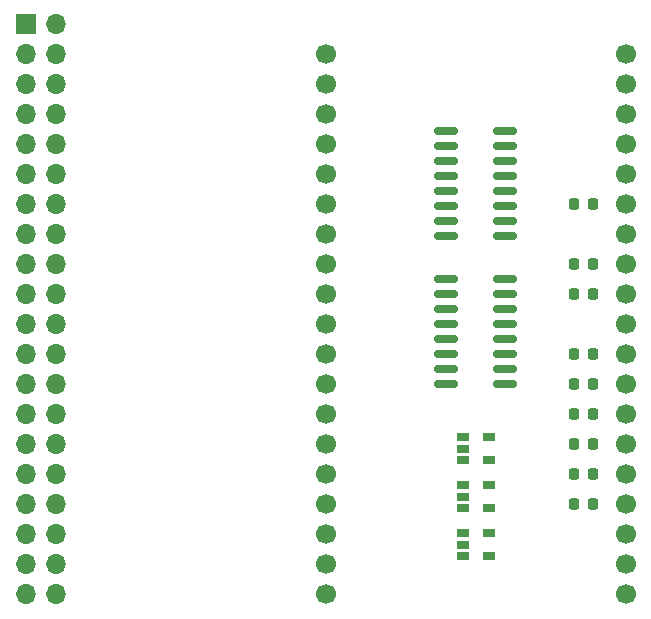
<source format=gbr>
%TF.GenerationSoftware,KiCad,Pcbnew,7.0.6*%
%TF.CreationDate,2023-11-17T11:55:58+01:00*%
%TF.ProjectId,blue_64,626c7565-5f36-4342-9e6b-696361645f70,rev?*%
%TF.SameCoordinates,Original*%
%TF.FileFunction,Soldermask,Top*%
%TF.FilePolarity,Negative*%
%FSLAX46Y46*%
G04 Gerber Fmt 4.6, Leading zero omitted, Abs format (unit mm)*
G04 Created by KiCad (PCBNEW 7.0.6) date 2023-11-17 11:55:58*
%MOMM*%
%LPD*%
G01*
G04 APERTURE LIST*
G04 Aperture macros list*
%AMRoundRect*
0 Rectangle with rounded corners*
0 $1 Rounding radius*
0 $2 $3 $4 $5 $6 $7 $8 $9 X,Y pos of 4 corners*
0 Add a 4 corners polygon primitive as box body*
4,1,4,$2,$3,$4,$5,$6,$7,$8,$9,$2,$3,0*
0 Add four circle primitives for the rounded corners*
1,1,$1+$1,$2,$3*
1,1,$1+$1,$4,$5*
1,1,$1+$1,$6,$7*
1,1,$1+$1,$8,$9*
0 Add four rect primitives between the rounded corners*
20,1,$1+$1,$2,$3,$4,$5,0*
20,1,$1+$1,$4,$5,$6,$7,0*
20,1,$1+$1,$6,$7,$8,$9,0*
20,1,$1+$1,$8,$9,$2,$3,0*%
G04 Aperture macros list end*
%ADD10RoundRect,0.218750X0.218750X0.256250X-0.218750X0.256250X-0.218750X-0.256250X0.218750X-0.256250X0*%
%ADD11R,1.060000X0.650000*%
%ADD12R,1.700000X1.700000*%
%ADD13O,1.700000X1.700000*%
%ADD14RoundRect,0.150000X-0.825000X-0.150000X0.825000X-0.150000X0.825000X0.150000X-0.825000X0.150000X0*%
%ADD15C,1.700000*%
G04 APERTURE END LIST*
D10*
X119151500Y-81280000D03*
X117576500Y-81280000D03*
X119151500Y-73660000D03*
X117576500Y-73660000D03*
X119151500Y-78740000D03*
X117576500Y-78740000D03*
X119151500Y-71120000D03*
X117576500Y-71120000D03*
X119151500Y-83820000D03*
X117576500Y-83820000D03*
X119151500Y-66040000D03*
X117576500Y-66040000D03*
D11*
X108120000Y-85791000D03*
X108120000Y-86741000D03*
X108120000Y-87691000D03*
X110320000Y-87691000D03*
X110320000Y-85791000D03*
D12*
X71120000Y-50800000D03*
D13*
X73660000Y-50800000D03*
X71120000Y-53340000D03*
X73660000Y-53340000D03*
X71120000Y-55880000D03*
X73660000Y-55880000D03*
X71120000Y-58420000D03*
X73660000Y-58420000D03*
X71120000Y-60960000D03*
X73660000Y-60960000D03*
X71120000Y-63500000D03*
X73660000Y-63500000D03*
X71120000Y-66040000D03*
X73660000Y-66040000D03*
X71120000Y-68580000D03*
X73660000Y-68580000D03*
X71120000Y-71120000D03*
X73660000Y-71120000D03*
X71120000Y-73660000D03*
X73660000Y-73660000D03*
X71120000Y-76200000D03*
X73660000Y-76200000D03*
X71120000Y-78740000D03*
X73660000Y-78740000D03*
X71120000Y-81280000D03*
X73660000Y-81280000D03*
X71120000Y-83820000D03*
X73660000Y-83820000D03*
X71120000Y-86360000D03*
X73660000Y-86360000D03*
X71120000Y-88900000D03*
X73660000Y-88900000D03*
X71120000Y-91440000D03*
X73660000Y-91440000D03*
X71120000Y-93980000D03*
X73660000Y-93980000D03*
X71120000Y-96520000D03*
X73660000Y-96520000D03*
X71120000Y-99060000D03*
X73660000Y-99060000D03*
D14*
X106745000Y-72390000D03*
X106745000Y-73660000D03*
X106745000Y-74930000D03*
X106745000Y-76200000D03*
X106745000Y-77470000D03*
X106745000Y-78740000D03*
X106745000Y-80010000D03*
X106745000Y-81280000D03*
X111695000Y-81280000D03*
X111695000Y-80010000D03*
X111695000Y-78740000D03*
X111695000Y-77470000D03*
X111695000Y-76200000D03*
X111695000Y-74930000D03*
X111695000Y-73660000D03*
X111695000Y-72390000D03*
X106745000Y-59817000D03*
X106745000Y-61087000D03*
X106745000Y-62357000D03*
X106745000Y-63627000D03*
X106745000Y-64897000D03*
X106745000Y-66167000D03*
X106745000Y-67437000D03*
X106745000Y-68707000D03*
X111695000Y-68707000D03*
X111695000Y-67437000D03*
X111695000Y-66167000D03*
X111695000Y-64897000D03*
X111695000Y-63627000D03*
X111695000Y-62357000D03*
X111695000Y-61087000D03*
X111695000Y-59817000D03*
D11*
X108120000Y-89855000D03*
X108120000Y-90805000D03*
X108120000Y-91755000D03*
X110320000Y-91755000D03*
X110320000Y-89855000D03*
D10*
X119151500Y-91440000D03*
X117576500Y-91440000D03*
X119151500Y-88900000D03*
X117576500Y-88900000D03*
D15*
X121920000Y-86360000D03*
X121920000Y-88900000D03*
X96520000Y-53340000D03*
X121920000Y-83820000D03*
X121920000Y-76200000D03*
X96520000Y-99060000D03*
X96520000Y-83820000D03*
X96520000Y-88900000D03*
X96520000Y-81280000D03*
X121920000Y-91440000D03*
X121920000Y-81280000D03*
X121920000Y-78740000D03*
X121920000Y-73660000D03*
X121920000Y-71120000D03*
X121920000Y-66040000D03*
X121920000Y-58420000D03*
X121920000Y-55880000D03*
X96520000Y-73660000D03*
X96520000Y-76200000D03*
X96520000Y-78740000D03*
X96520000Y-68580000D03*
X96520000Y-71120000D03*
X96520000Y-63500000D03*
X96520000Y-66040000D03*
X121920000Y-99060000D03*
X96520000Y-96520000D03*
X121920000Y-96520000D03*
X121920000Y-93980000D03*
X96520000Y-91440000D03*
X96520000Y-93980000D03*
X96520000Y-55880000D03*
X96520000Y-86360000D03*
X121920000Y-53340000D03*
X121920000Y-68580000D03*
X121920000Y-63500000D03*
X121920000Y-60960000D03*
X96520000Y-60960000D03*
X96520000Y-58420000D03*
D10*
X119151500Y-86360000D03*
X117576500Y-86360000D03*
D11*
X108120000Y-93919000D03*
X108120000Y-94869000D03*
X108120000Y-95819000D03*
X110320000Y-95819000D03*
X110320000Y-93919000D03*
M02*

</source>
